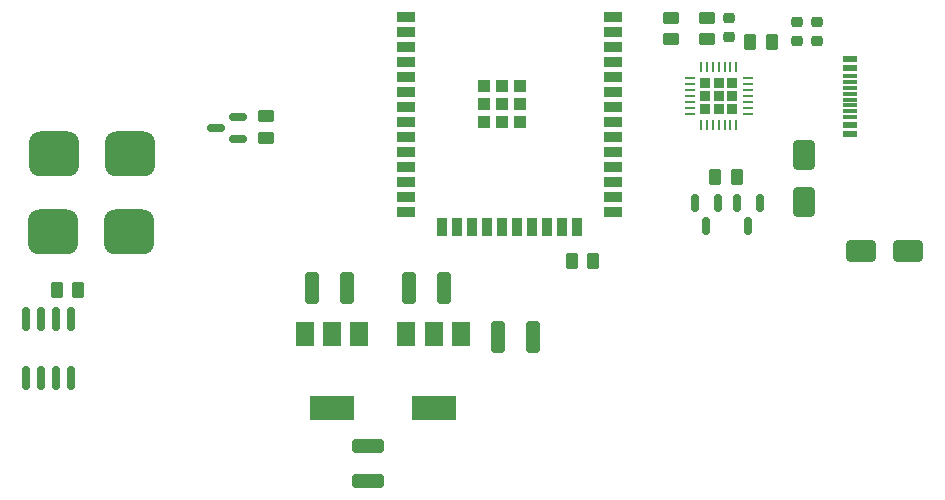
<source format=gbr>
%TF.GenerationSoftware,KiCad,Pcbnew,7.0.8-7.0.8~ubuntu22.04.1*%
%TF.CreationDate,2023-11-01T15:39:22+03:00*%
%TF.ProjectId,main-module,6d61696e-2d6d-46f6-9475-6c652e6b6963,rev?*%
%TF.SameCoordinates,Original*%
%TF.FileFunction,Paste,Top*%
%TF.FilePolarity,Positive*%
%FSLAX46Y46*%
G04 Gerber Fmt 4.6, Leading zero omitted, Abs format (unit mm)*
G04 Created by KiCad (PCBNEW 7.0.8-7.0.8~ubuntu22.04.1) date 2023-11-01 15:39:22*
%MOMM*%
%LPD*%
G01*
G04 APERTURE LIST*
G04 Aperture macros list*
%AMRoundRect*
0 Rectangle with rounded corners*
0 $1 Rounding radius*
0 $2 $3 $4 $5 $6 $7 $8 $9 X,Y pos of 4 corners*
0 Add a 4 corners polygon primitive as box body*
4,1,4,$2,$3,$4,$5,$6,$7,$8,$9,$2,$3,0*
0 Add four circle primitives for the rounded corners*
1,1,$1+$1,$2,$3*
1,1,$1+$1,$4,$5*
1,1,$1+$1,$6,$7*
1,1,$1+$1,$8,$9*
0 Add four rect primitives between the rounded corners*
20,1,$1+$1,$2,$3,$4,$5,0*
20,1,$1+$1,$4,$5,$6,$7,0*
20,1,$1+$1,$6,$7,$8,$9,0*
20,1,$1+$1,$8,$9,$2,$3,0*%
G04 Aperture macros list end*
%ADD10RoundRect,0.250000X0.450000X-0.262500X0.450000X0.262500X-0.450000X0.262500X-0.450000X-0.262500X0*%
%ADD11RoundRect,0.250000X1.100000X-0.325000X1.100000X0.325000X-1.100000X0.325000X-1.100000X-0.325000X0*%
%ADD12R,1.500000X2.000000*%
%ADD13R,3.800000X2.000000*%
%ADD14RoundRect,0.250000X-0.262500X-0.450000X0.262500X-0.450000X0.262500X0.450000X-0.262500X0.450000X0*%
%ADD15RoundRect,0.250000X0.262500X0.450000X-0.262500X0.450000X-0.262500X-0.450000X0.262500X-0.450000X0*%
%ADD16RoundRect,0.250000X0.325000X1.100000X-0.325000X1.100000X-0.325000X-1.100000X0.325000X-1.100000X0*%
%ADD17RoundRect,0.250000X-1.000000X-0.650000X1.000000X-0.650000X1.000000X0.650000X-1.000000X0.650000X0*%
%ADD18R,1.160000X0.600000*%
%ADD19R,1.160000X0.300000*%
%ADD20RoundRect,0.225000X0.250000X-0.225000X0.250000X0.225000X-0.250000X0.225000X-0.250000X-0.225000X0*%
%ADD21RoundRect,0.150000X-0.150000X0.587500X-0.150000X-0.587500X0.150000X-0.587500X0.150000X0.587500X0*%
%ADD22RoundRect,0.225000X0.225000X0.225000X-0.225000X0.225000X-0.225000X-0.225000X0.225000X-0.225000X0*%
%ADD23RoundRect,0.062500X0.337500X0.062500X-0.337500X0.062500X-0.337500X-0.062500X0.337500X-0.062500X0*%
%ADD24RoundRect,0.062500X0.062500X0.337500X-0.062500X0.337500X-0.062500X-0.337500X0.062500X-0.337500X0*%
%ADD25RoundRect,0.952500X-1.167500X-0.952500X1.167500X-0.952500X1.167500X0.952500X-1.167500X0.952500X0*%
%ADD26RoundRect,0.952500X1.167500X0.952500X-1.167500X0.952500X-1.167500X-0.952500X1.167500X-0.952500X0*%
%ADD27RoundRect,0.250000X-0.325000X-1.100000X0.325000X-1.100000X0.325000X1.100000X-0.325000X1.100000X0*%
%ADD28RoundRect,0.150000X-0.150000X0.825000X-0.150000X-0.825000X0.150000X-0.825000X0.150000X0.825000X0*%
%ADD29RoundRect,0.250000X0.650000X-1.000000X0.650000X1.000000X-0.650000X1.000000X-0.650000X-1.000000X0*%
%ADD30RoundRect,0.150000X0.587500X0.150000X-0.587500X0.150000X-0.587500X-0.150000X0.587500X-0.150000X0*%
%ADD31R,1.500000X0.900000*%
%ADD32R,0.900000X1.500000*%
%ADD33R,1.050000X1.050000*%
G04 APERTURE END LIST*
D10*
%TO.C,R5*%
X98935000Y-44812500D03*
X98935000Y-42987500D03*
%TD*%
D11*
%TO.C,C11*%
X73250000Y-82225000D03*
X73250000Y-79275000D03*
%TD*%
D12*
%TO.C,U3*%
X72500000Y-69750000D03*
X70200000Y-69750000D03*
D13*
X70200000Y-76050000D03*
D12*
X67900000Y-69750000D03*
%TD*%
D14*
%TO.C,R4*%
X46887500Y-66000000D03*
X48712500Y-66000000D03*
%TD*%
D15*
%TO.C,R1*%
X107447500Y-45000000D03*
X105622500Y-45000000D03*
%TD*%
D14*
%TO.C,R18*%
X90487500Y-63600000D03*
X92312500Y-63600000D03*
%TD*%
D16*
%TO.C,C9*%
X71475000Y-65900000D03*
X68525000Y-65900000D03*
%TD*%
D10*
%TO.C,R9*%
X64572500Y-53162500D03*
X64572500Y-51337500D03*
%TD*%
D17*
%TO.C,D2*%
X115000000Y-62750000D03*
X119000000Y-62750000D03*
%TD*%
D18*
%TO.C,J2*%
X114090000Y-52850000D03*
X114090000Y-52050000D03*
D19*
X114090000Y-50900000D03*
X114090000Y-49900000D03*
X114090000Y-49400000D03*
X114090000Y-48400000D03*
D18*
X114090000Y-47250000D03*
X114090000Y-46450000D03*
X114090000Y-46450000D03*
X114090000Y-47250000D03*
D19*
X114090000Y-47900000D03*
X114090000Y-48900000D03*
X114090000Y-50400000D03*
X114090000Y-51400000D03*
D18*
X114090000Y-52050000D03*
X114090000Y-52850000D03*
%TD*%
D16*
%TO.C,C10*%
X79675000Y-65850000D03*
X76725000Y-65850000D03*
%TD*%
D15*
%TO.C,R7*%
X104462500Y-56500000D03*
X102637500Y-56500000D03*
%TD*%
D20*
%TO.C,C3*%
X103835000Y-44575000D03*
X103835000Y-43025000D03*
%TD*%
D21*
%TO.C,Q4*%
X102850000Y-58700000D03*
X100950000Y-58700000D03*
X101900000Y-60575000D03*
%TD*%
D22*
%TO.C,U1*%
X104055000Y-50720000D03*
X104055000Y-49600000D03*
X104055000Y-48480000D03*
X102935000Y-50720000D03*
X102935000Y-49600000D03*
X102935000Y-48480000D03*
X101815000Y-50720000D03*
X101815000Y-49600000D03*
X101815000Y-48480000D03*
D23*
X105385000Y-51100000D03*
X105385000Y-50600000D03*
X105385000Y-50100000D03*
X105385000Y-49600000D03*
X105385000Y-49100000D03*
X105385000Y-48600000D03*
X105385000Y-48100000D03*
D24*
X104435000Y-47150000D03*
X103935000Y-47150000D03*
X103435000Y-47150000D03*
X102935000Y-47150000D03*
X102435000Y-47150000D03*
X101935000Y-47150000D03*
X101435000Y-47150000D03*
D23*
X100485000Y-48100000D03*
X100485000Y-48600000D03*
X100485000Y-49100000D03*
X100485000Y-49600000D03*
X100485000Y-50100000D03*
X100485000Y-50600000D03*
X100485000Y-51100000D03*
D24*
X101435000Y-52050000D03*
X101935000Y-52050000D03*
X102435000Y-52050000D03*
X102935000Y-52050000D03*
X103435000Y-52050000D03*
X103935000Y-52050000D03*
X104435000Y-52050000D03*
%TD*%
D25*
%TO.C,F2*%
X46610000Y-61100000D03*
X53020000Y-61100000D03*
%TD*%
D26*
%TO.C,F1*%
X53060000Y-54500000D03*
X46650000Y-54500000D03*
%TD*%
D27*
%TO.C,C12*%
X84275000Y-70000000D03*
X87225000Y-70000000D03*
%TD*%
D20*
%TO.C,C5*%
X109600000Y-44925000D03*
X109600000Y-43375000D03*
%TD*%
D28*
%TO.C,Q2*%
X48105000Y-68525000D03*
X46835000Y-68525000D03*
X45565000Y-68525000D03*
X44295000Y-68525000D03*
X44295000Y-73475000D03*
X45565000Y-73475000D03*
X46835000Y-73475000D03*
X48105000Y-73475000D03*
%TD*%
D20*
%TO.C,C6*%
X111300000Y-44925000D03*
X111300000Y-43375000D03*
%TD*%
D29*
%TO.C,D1*%
X110200000Y-58600000D03*
X110200000Y-54600000D03*
%TD*%
D12*
%TO.C,U4*%
X81100000Y-69750000D03*
X78800000Y-69750000D03*
D13*
X78800000Y-76050000D03*
D12*
X76500000Y-69750000D03*
%TD*%
D30*
%TO.C,Q6*%
X62272500Y-53250000D03*
X62272500Y-51350000D03*
X60397500Y-52300000D03*
%TD*%
D31*
%TO.C,U8*%
X76492500Y-42935000D03*
X76492500Y-44205000D03*
X76492500Y-45475000D03*
X76492500Y-46745000D03*
X76492500Y-48015000D03*
X76492500Y-49285000D03*
X76492500Y-50555000D03*
X76492500Y-51825000D03*
X76492500Y-53095000D03*
X76492500Y-54365000D03*
X76492500Y-55635000D03*
X76492500Y-56905000D03*
X76492500Y-58175000D03*
X76492500Y-59445000D03*
D32*
X79532500Y-60695000D03*
X80802500Y-60695000D03*
X82072500Y-60695000D03*
X83342500Y-60695000D03*
X84612500Y-60695000D03*
X85882500Y-60695000D03*
X87152500Y-60695000D03*
X88422500Y-60695000D03*
X89692500Y-60695000D03*
X90962500Y-60695000D03*
D31*
X93992500Y-59445000D03*
X93992500Y-58175000D03*
X93992500Y-56905000D03*
X93992500Y-55635000D03*
X93992500Y-54365000D03*
X93992500Y-53095000D03*
X93992500Y-51825000D03*
X93992500Y-50555000D03*
X93992500Y-49285000D03*
X93992500Y-48015000D03*
X93992500Y-46745000D03*
X93992500Y-45475000D03*
X93992500Y-44205000D03*
X93992500Y-42935000D03*
D33*
X83037500Y-48750000D03*
X83037500Y-50275000D03*
X83037500Y-51800000D03*
X84562500Y-48750000D03*
X84562500Y-50275000D03*
X84562500Y-51800000D03*
X86087500Y-48750000D03*
X86087500Y-50275000D03*
X86087500Y-51800000D03*
%TD*%
D21*
%TO.C,Q3*%
X106400000Y-58700000D03*
X104500000Y-58700000D03*
X105450000Y-60575000D03*
%TD*%
D10*
%TO.C,R2*%
X101935000Y-44812500D03*
X101935000Y-42987500D03*
%TD*%
M02*

</source>
